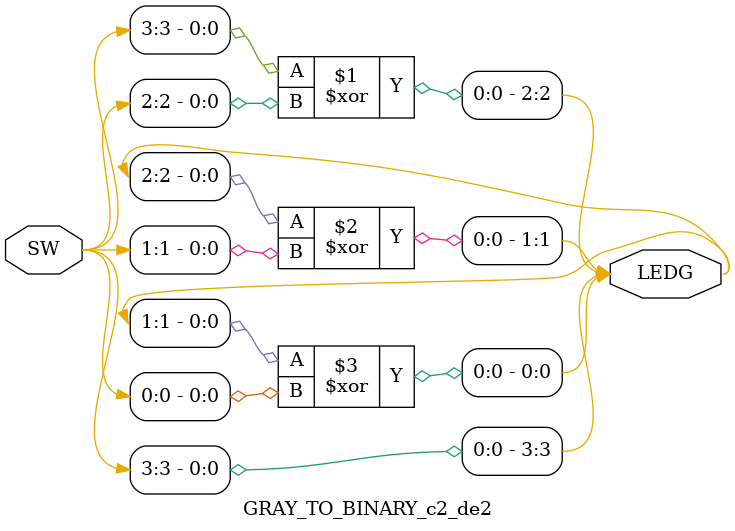
<source format=v>
module GRAY_TO_BINARY_c2_de2 (
	input[3:0] SW,
	output[3:0] LEDG
);

	assign LEDG[3] = SW[3];
	xor(LEDG[2], SW[3], SW[2]);
	xor(LEDG[1], LEDG[2], SW[1]);
	xor(LEDG[0], LEDG[1], SW[0]);
endmodule
</source>
